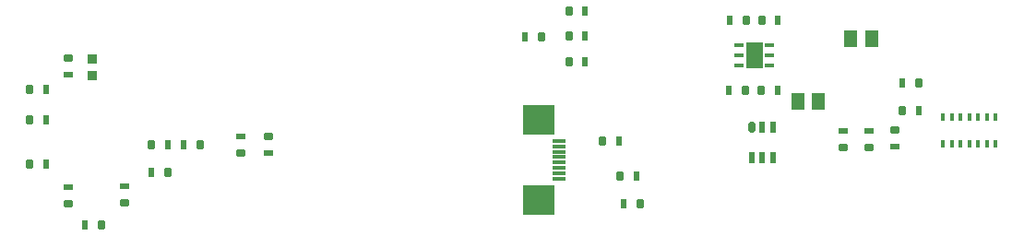
<source format=gbp>
G04*
G04 #@! TF.GenerationSoftware,Altium Limited,Altium Designer,21.3.2 (30)*
G04*
G04 Layer_Color=128*
%FSLAX44Y44*%
%MOMM*%
G71*
G04*
G04 #@! TF.SameCoordinates,BB622590-8895-4630-97EF-0A5410F07859*
G04*
G04*
G04 #@! TF.FilePolarity,Positive*
G04*
G01*
G75*
%ADD21R,1.3000X1.5000*%
%ADD43R,0.9000X0.6000*%
G04:AMPARAMS|DCode=44|XSize=0.6mm|YSize=0.9mm|CornerRadius=0.15mm|HoleSize=0mm|Usage=FLASHONLY|Rotation=270.000|XOffset=0mm|YOffset=0mm|HoleType=Round|Shape=RoundedRectangle|*
%AMROUNDEDRECTD44*
21,1,0.6000,0.6000,0,0,270.0*
21,1,0.3000,0.9000,0,0,270.0*
1,1,0.3000,-0.3000,-0.1500*
1,1,0.3000,-0.3000,0.1500*
1,1,0.3000,0.3000,0.1500*
1,1,0.3000,0.3000,-0.1500*
%
%ADD44ROUNDEDRECTD44*%
%ADD45R,0.6000X0.9000*%
G04:AMPARAMS|DCode=46|XSize=0.6mm|YSize=0.9mm|CornerRadius=0.15mm|HoleSize=0mm|Usage=FLASHONLY|Rotation=0.000|XOffset=0mm|YOffset=0mm|HoleType=Round|Shape=RoundedRectangle|*
%AMROUNDEDRECTD46*
21,1,0.6000,0.6000,0,0,0.0*
21,1,0.3000,0.9000,0,0,0.0*
1,1,0.3000,0.1500,-0.3000*
1,1,0.3000,-0.1500,-0.3000*
1,1,0.3000,-0.1500,0.3000*
1,1,0.3000,0.1500,0.3000*
%
%ADD46ROUNDEDRECTD46*%
%ADD102R,1.2000X0.3000*%
%ADD103R,3.0000X2.7000*%
%ADD104R,0.9400X0.8900*%
%ADD105R,0.6000X1.0000*%
G04:AMPARAMS|DCode=106|XSize=0.6mm|YSize=1mm|CornerRadius=0.15mm|HoleSize=0mm|Usage=FLASHONLY|Rotation=180.000|XOffset=0mm|YOffset=0mm|HoleType=Round|Shape=RoundedRectangle|*
%AMROUNDEDRECTD106*
21,1,0.6000,0.7000,0,0,180.0*
21,1,0.3000,1.0000,0,0,180.0*
1,1,0.3000,-0.1500,0.3500*
1,1,0.3000,0.1500,0.3500*
1,1,0.3000,0.1500,-0.3500*
1,1,0.3000,-0.1500,-0.3500*
%
%ADD106ROUNDEDRECTD106*%
%ADD107R,1.4900X2.3700*%
%ADD108R,0.9000X0.4000*%
G04:AMPARAMS|DCode=109|XSize=0.4mm|YSize=0.9mm|CornerRadius=0.1mm|HoleSize=0mm|Usage=FLASHONLY|Rotation=270.000|XOffset=0mm|YOffset=0mm|HoleType=Round|Shape=RoundedRectangle|*
%AMROUNDEDRECTD109*
21,1,0.4000,0.7000,0,0,270.0*
21,1,0.2000,0.9000,0,0,270.0*
1,1,0.2000,-0.3500,-0.1000*
1,1,0.2000,-0.3500,0.1000*
1,1,0.2000,0.3500,0.1000*
1,1,0.2000,0.3500,-0.1000*
%
%ADD109ROUNDEDRECTD109*%
G04:AMPARAMS|DCode=110|XSize=0.75mm|YSize=0.35mm|CornerRadius=0.0875mm|HoleSize=0mm|Usage=FLASHONLY|Rotation=90.000|XOffset=0mm|YOffset=0mm|HoleType=Round|Shape=RoundedRectangle|*
%AMROUNDEDRECTD110*
21,1,0.7500,0.1750,0,0,90.0*
21,1,0.5750,0.3500,0,0,90.0*
1,1,0.1750,0.0875,0.2875*
1,1,0.1750,0.0875,-0.2875*
1,1,0.1750,-0.0875,-0.2875*
1,1,0.1750,-0.0875,0.2875*
%
%ADD110ROUNDEDRECTD110*%
%ADD111R,0.3500X0.7500*%
D21*
X1331270Y709526D02*
D03*
X1350270D02*
D03*
X1301500Y652000D02*
D03*
X1282500D02*
D03*
D43*
X1371503Y609997D02*
D03*
X797000Y604500D02*
D03*
X771000Y619500D02*
D03*
X1324498Y624500D02*
D03*
X613000Y676293D02*
D03*
Y573000D02*
D03*
X664542Y573500D02*
D03*
X1348000Y624500D02*
D03*
D44*
X1371503Y624997D02*
D03*
X797000Y619500D02*
D03*
X771000Y604500D02*
D03*
X1324498Y609500D02*
D03*
X613000Y691292D02*
D03*
Y558000D02*
D03*
X664542Y558500D02*
D03*
X1348000Y609500D02*
D03*
D45*
X1118500Y615542D02*
D03*
X1123000Y558000D02*
D03*
X1134500Y583000D02*
D03*
X1087500Y687995D02*
D03*
X1032500Y711000D02*
D03*
X1087500Y711497D02*
D03*
Y735000D02*
D03*
X1378500Y669000D02*
D03*
X1393500Y643000D02*
D03*
X1264043Y661707D02*
D03*
X1219500Y661708D02*
D03*
X1264500Y726292D02*
D03*
X1219957D02*
D03*
X628500Y537957D02*
D03*
X592500Y635000D02*
D03*
X592500Y594000D02*
D03*
X719043Y612000D02*
D03*
X704500D02*
D03*
X689500Y586457D02*
D03*
X592500Y663000D02*
D03*
D46*
X1103500Y615542D02*
D03*
X1138000Y558000D02*
D03*
X1119500Y583000D02*
D03*
X1072500Y687995D02*
D03*
X1047500Y711000D02*
D03*
X1072500Y711497D02*
D03*
Y735000D02*
D03*
X1393500Y669000D02*
D03*
X1378500Y643000D02*
D03*
X1249043Y661707D02*
D03*
X1234500Y661708D02*
D03*
X1249500Y726292D02*
D03*
X1234957D02*
D03*
X643500Y537957D02*
D03*
X577500Y635000D02*
D03*
X577500Y594000D02*
D03*
X734043Y612000D02*
D03*
X689500D02*
D03*
X704500Y586457D02*
D03*
X577500Y663000D02*
D03*
D102*
X1063600Y615500D02*
D03*
Y610500D02*
D03*
Y605500D02*
D03*
Y580500D02*
D03*
Y585500D02*
D03*
Y590500D02*
D03*
Y595500D02*
D03*
Y600500D02*
D03*
D103*
X1045000Y561200D02*
D03*
Y634800D02*
D03*
D104*
X634793Y690850D02*
D03*
Y675150D02*
D03*
D105*
X1240500Y600250D02*
D03*
X1250000D02*
D03*
X1259500D02*
D03*
Y627750D02*
D03*
X1250000Y627750D02*
D03*
D106*
X1240500Y627750D02*
D03*
D107*
X1242650Y694000D02*
D03*
D108*
X1256600Y703500D02*
D03*
X1256600Y694000D02*
D03*
X1256600Y684500D02*
D03*
X1228700Y703500D02*
D03*
Y694000D02*
D03*
D109*
Y684500D02*
D03*
D110*
X1464000Y613000D02*
D03*
D111*
X1456000Y613000D02*
D03*
X1448000Y613000D02*
D03*
X1440000D02*
D03*
X1432000D02*
D03*
X1424000Y613000D02*
D03*
X1416000Y613000D02*
D03*
Y637000D02*
D03*
X1424000D02*
D03*
X1432000D02*
D03*
X1440000D02*
D03*
X1448000Y637000D02*
D03*
X1456000D02*
D03*
X1464000Y637000D02*
D03*
M02*

</source>
